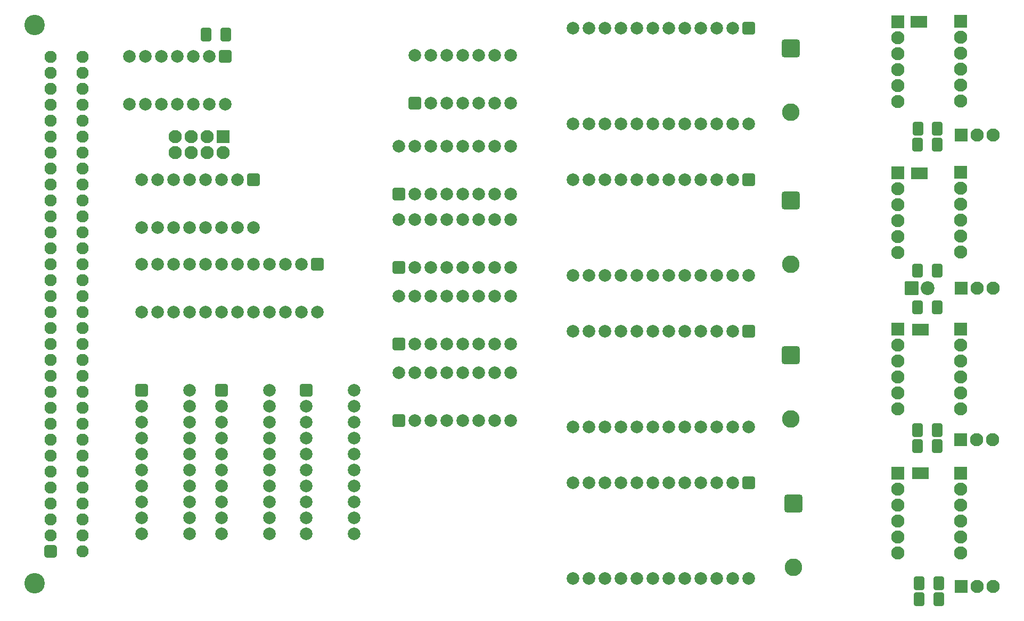
<source format=gbr>
G04 #@! TF.GenerationSoftware,KiCad,Pcbnew,9.0.3-9.0.3-0~ubuntu22.04.1*
G04 #@! TF.CreationDate,2025-08-22T11:52:41+02:00*
G04 #@! TF.ProjectId,CPU09US4,43505530-3955-4533-942e-6b696361645f,rev?*
G04 #@! TF.SameCoordinates,Original*
G04 #@! TF.FileFunction,Soldermask,Bot*
G04 #@! TF.FilePolarity,Negative*
%FSLAX46Y46*%
G04 Gerber Fmt 4.6, Leading zero omitted, Abs format (unit mm)*
G04 Created by KiCad (PCBNEW 9.0.3-9.0.3-0~ubuntu22.04.1) date 2025-08-22 11:52:41*
%MOMM*%
%LPD*%
G01*
G04 APERTURE LIST*
G04 Aperture macros list*
%AMRoundRect*
0 Rectangle with rounded corners*
0 $1 Rounding radius*
0 $2 $3 $4 $5 $6 $7 $8 $9 X,Y pos of 4 corners*
0 Add a 4 corners polygon primitive as box body*
4,1,4,$2,$3,$4,$5,$6,$7,$8,$9,$2,$3,0*
0 Add four circle primitives for the rounded corners*
1,1,$1+$1,$2,$3*
1,1,$1+$1,$4,$5*
1,1,$1+$1,$6,$7*
1,1,$1+$1,$8,$9*
0 Add four rect primitives between the rounded corners*
20,1,$1+$1,$2,$3,$4,$5,0*
20,1,$1+$1,$4,$5,$6,$7,0*
20,1,$1+$1,$6,$7,$8,$9,0*
20,1,$1+$1,$8,$9,$2,$3,0*%
G04 Aperture macros list end*
%ADD10RoundRect,0.200000X0.500000X0.750000X-0.500000X0.750000X-0.500000X-0.750000X0.500000X-0.750000X0*%
%ADD11C,2.100000*%
%ADD12RoundRect,0.200000X-0.850000X-0.850000X0.850000X-0.850000X0.850000X0.850000X-0.850000X0.850000X0*%
%ADD13C,2.000000*%
%ADD14RoundRect,0.312500X-0.687500X0.687500X-0.687500X-0.687500X0.687500X-0.687500X0.687500X0.687500X0*%
%ADD15RoundRect,0.312500X0.687500X-0.687500X0.687500X0.687500X-0.687500X0.687500X-0.687500X-0.687500X0*%
%ADD16RoundRect,0.312500X-0.687500X-0.687500X0.687500X-0.687500X0.687500X0.687500X-0.687500X0.687500X0*%
%ADD17RoundRect,0.326924X-0.523076X-0.748076X0.523076X-0.748076X0.523076X0.748076X-0.523076X0.748076X0*%
%ADD18RoundRect,0.291668X-1.108332X1.108332X-1.108332X-1.108332X1.108332X-1.108332X1.108332X1.108332X0*%
%ADD19C,2.800000*%
%ADD20RoundRect,0.200000X0.850000X-0.850000X0.850000X0.850000X-0.850000X0.850000X-0.850000X-0.850000X0*%
%ADD21C,3.250000*%
%ADD22RoundRect,0.314516X0.660484X-0.660484X0.660484X0.660484X-0.660484X0.660484X-0.660484X-0.660484X0*%
%ADD23C,1.950000*%
%ADD24RoundRect,0.200000X-0.850000X0.850000X-0.850000X-0.850000X0.850000X-0.850000X0.850000X0.850000X0*%
%ADD25RoundRect,0.200000X-0.900000X-0.900000X0.900000X-0.900000X0.900000X0.900000X-0.900000X0.900000X0*%
%ADD26C,2.200000*%
G04 APERTURE END LIST*
G36*
X203492000Y-54368000D02*
G01*
X203192000Y-54368000D01*
X203192000Y-55868000D01*
X203492000Y-55868000D01*
X203492000Y-54368000D01*
G37*
G36*
X203604000Y-78498000D02*
G01*
X203304000Y-78498000D01*
X203304000Y-79998000D01*
X203604000Y-79998000D01*
X203604000Y-78498000D01*
G37*
G36*
X203746000Y-103390000D02*
G01*
X203446000Y-103390000D01*
X203446000Y-104890000D01*
X203746000Y-104890000D01*
X203746000Y-103390000D01*
G37*
G36*
X203746000Y-126250000D02*
G01*
X203446000Y-126250000D01*
X203446000Y-127750000D01*
X203746000Y-127750000D01*
X203746000Y-126250000D01*
G37*
D10*
X203992000Y-55118000D03*
X202692000Y-55118000D03*
X204104000Y-79248000D03*
X202804000Y-79248000D03*
X204246000Y-104140000D03*
X202946000Y-104140000D03*
X204246000Y-127000000D03*
X202946000Y-127000000D03*
D11*
X200000000Y-116700000D03*
X200000000Y-114160000D03*
X200000000Y-111620000D03*
X200000000Y-109080000D03*
X200000000Y-106540000D03*
D12*
X200000000Y-104000000D03*
D13*
X97536000Y-87884000D03*
X94996000Y-87884000D03*
X92456000Y-87884000D03*
X89916000Y-87884000D03*
X87376000Y-87884000D03*
X84836000Y-87884000D03*
X82296000Y-87884000D03*
X79756000Y-87884000D03*
X79756000Y-80264000D03*
X82296000Y-80264000D03*
X84836000Y-80264000D03*
X87376000Y-80264000D03*
X89916000Y-80264000D03*
X92456000Y-80264000D03*
X94996000Y-80264000D03*
D14*
X97536000Y-80264000D03*
D15*
X123190000Y-68072000D03*
D13*
X125730000Y-68072000D03*
X128270000Y-68072000D03*
X130810000Y-68072000D03*
X133350000Y-68072000D03*
X135890000Y-68072000D03*
X138430000Y-68072000D03*
X138430000Y-60452000D03*
X135890000Y-60452000D03*
X133350000Y-60452000D03*
X130810000Y-60452000D03*
X128270000Y-60452000D03*
X125730000Y-60452000D03*
X123190000Y-60452000D03*
D16*
X92456000Y-113792000D03*
D13*
X92456000Y-116332000D03*
X92456000Y-118872000D03*
X92456000Y-121412000D03*
X92456000Y-123952000D03*
X92456000Y-126492000D03*
X92456000Y-129032000D03*
X92456000Y-131572000D03*
X92456000Y-134112000D03*
X92456000Y-136652000D03*
X100076000Y-136652000D03*
X100076000Y-134112000D03*
X100076000Y-131572000D03*
X100076000Y-129032000D03*
X100076000Y-126492000D03*
X100076000Y-123952000D03*
X100076000Y-121412000D03*
X100076000Y-118872000D03*
X100076000Y-116332000D03*
X100076000Y-113792000D03*
D16*
X105918000Y-113792000D03*
D13*
X105918000Y-116332000D03*
X105918000Y-118872000D03*
X105918000Y-121412000D03*
X105918000Y-123952000D03*
X105918000Y-126492000D03*
X105918000Y-129032000D03*
X105918000Y-131572000D03*
X105918000Y-134112000D03*
X105918000Y-136652000D03*
X113538000Y-136652000D03*
X113538000Y-134112000D03*
X113538000Y-131572000D03*
X113538000Y-129032000D03*
X113538000Y-126492000D03*
X113538000Y-123952000D03*
X113538000Y-121412000D03*
X113538000Y-118872000D03*
X113538000Y-116332000D03*
X113538000Y-113792000D03*
D15*
X120650000Y-82550000D03*
D13*
X123190000Y-82550000D03*
X125730000Y-82550000D03*
X128270000Y-82550000D03*
X130810000Y-82550000D03*
X133350000Y-82550000D03*
X135890000Y-82550000D03*
X138430000Y-82550000D03*
X138430000Y-74930000D03*
X135890000Y-74930000D03*
X133350000Y-74930000D03*
X130810000Y-74930000D03*
X128270000Y-74930000D03*
X125730000Y-74930000D03*
X123190000Y-74930000D03*
X120650000Y-74930000D03*
D15*
X120650000Y-94234000D03*
D13*
X123190000Y-94234000D03*
X125730000Y-94234000D03*
X128270000Y-94234000D03*
X130810000Y-94234000D03*
X133350000Y-94234000D03*
X135890000Y-94234000D03*
X138430000Y-94234000D03*
X138430000Y-86614000D03*
X135890000Y-86614000D03*
X133350000Y-86614000D03*
X130810000Y-86614000D03*
X128270000Y-86614000D03*
X125730000Y-86614000D03*
X123190000Y-86614000D03*
X120650000Y-86614000D03*
D15*
X120650000Y-106426000D03*
D13*
X123190000Y-106426000D03*
X125730000Y-106426000D03*
X128270000Y-106426000D03*
X130810000Y-106426000D03*
X133350000Y-106426000D03*
X135890000Y-106426000D03*
X138430000Y-106426000D03*
X138430000Y-98806000D03*
X135890000Y-98806000D03*
X133350000Y-98806000D03*
X130810000Y-98806000D03*
X128270000Y-98806000D03*
X125730000Y-98806000D03*
X123190000Y-98806000D03*
X120650000Y-98806000D03*
D14*
X93091000Y-60579000D03*
D13*
X90551000Y-60579000D03*
X88011000Y-60579000D03*
X85471000Y-60579000D03*
X82931000Y-60579000D03*
X80391000Y-60579000D03*
X77851000Y-60579000D03*
X77851000Y-68199000D03*
X80391000Y-68199000D03*
X82931000Y-68199000D03*
X85471000Y-68199000D03*
X88011000Y-68199000D03*
X90551000Y-68199000D03*
X93091000Y-68199000D03*
D16*
X79756000Y-113792000D03*
D13*
X79756000Y-116332000D03*
X79756000Y-118872000D03*
X79756000Y-121412000D03*
X79756000Y-123952000D03*
X79756000Y-126492000D03*
X79756000Y-129032000D03*
X79756000Y-131572000D03*
X79756000Y-134112000D03*
X79756000Y-136652000D03*
X87376000Y-136652000D03*
X87376000Y-134112000D03*
X87376000Y-131572000D03*
X87376000Y-129032000D03*
X87376000Y-126492000D03*
X87376000Y-123952000D03*
X87376000Y-121412000D03*
X87376000Y-118872000D03*
X87376000Y-116332000D03*
X87376000Y-113792000D03*
D14*
X176276000Y-104394000D03*
D13*
X173736000Y-104394000D03*
X171196000Y-104394000D03*
X168656000Y-104394000D03*
X166116000Y-104394000D03*
X163576000Y-104394000D03*
X161036000Y-104394000D03*
X158496000Y-104394000D03*
X155956000Y-104394000D03*
X153416000Y-104394000D03*
X150876000Y-104394000D03*
X148336000Y-104394000D03*
X148336000Y-119634000D03*
X150876000Y-119634000D03*
X153416000Y-119634000D03*
X155956000Y-119634000D03*
X158496000Y-119634000D03*
X161036000Y-119634000D03*
X163576000Y-119634000D03*
X166116000Y-119634000D03*
X168656000Y-119634000D03*
X171196000Y-119634000D03*
X173736000Y-119634000D03*
X176276000Y-119634000D03*
D17*
X203148000Y-120142000D03*
X206248000Y-120142000D03*
D14*
X176276000Y-80264000D03*
D13*
X173736000Y-80264000D03*
X171196000Y-80264000D03*
X168656000Y-80264000D03*
X166116000Y-80264000D03*
X163576000Y-80264000D03*
X161036000Y-80264000D03*
X158496000Y-80264000D03*
X155956000Y-80264000D03*
X153416000Y-80264000D03*
X150876000Y-80264000D03*
X148336000Y-80264000D03*
X148336000Y-95504000D03*
X150876000Y-95504000D03*
X153416000Y-95504000D03*
X155956000Y-95504000D03*
X158496000Y-95504000D03*
X161036000Y-95504000D03*
X163576000Y-95504000D03*
X166116000Y-95504000D03*
X168656000Y-95504000D03*
X171196000Y-95504000D03*
X173736000Y-95504000D03*
X176276000Y-95504000D03*
D12*
X210000000Y-127000000D03*
D11*
X210000000Y-129540000D03*
X210000000Y-132080000D03*
X210000000Y-134620000D03*
X210000000Y-137160000D03*
X210000000Y-139700000D03*
D18*
X183388000Y-131826000D03*
D19*
X183388000Y-141986000D03*
D17*
X203148000Y-74676000D03*
X206248000Y-74676000D03*
D18*
X183007000Y-83566000D03*
D19*
X183007000Y-93726000D03*
D12*
X210000000Y-55000000D03*
D11*
X210000000Y-57540000D03*
X210000000Y-60080000D03*
X210000000Y-62620000D03*
X210000000Y-65160000D03*
X210000000Y-67700000D03*
D20*
X210058000Y-97536000D03*
D11*
X212598000Y-97536000D03*
X215138000Y-97536000D03*
D14*
X107696000Y-93726000D03*
D13*
X105156000Y-93726000D03*
X102616000Y-93726000D03*
X100076000Y-93726000D03*
X97536000Y-93726000D03*
X94996000Y-93726000D03*
X92456000Y-93726000D03*
X89916000Y-93726000D03*
X87376000Y-93726000D03*
X84836000Y-93726000D03*
X82296000Y-93726000D03*
X79756000Y-93726000D03*
X79756000Y-101346000D03*
X82296000Y-101346000D03*
X84836000Y-101346000D03*
X87376000Y-101346000D03*
X89916000Y-101346000D03*
X92456000Y-101346000D03*
X94996000Y-101346000D03*
X97536000Y-101346000D03*
X100076000Y-101346000D03*
X102616000Y-101346000D03*
X105156000Y-101346000D03*
X107696000Y-101346000D03*
D17*
X90017000Y-57150000D03*
X93117000Y-57150000D03*
D18*
X183007000Y-59309000D03*
D19*
X183007000Y-69469000D03*
D20*
X210000000Y-121666000D03*
D11*
X212540000Y-121666000D03*
X215080000Y-121666000D03*
D18*
X183007000Y-108204000D03*
D19*
X183007000Y-118364000D03*
D21*
X62760000Y-144453000D03*
X62760000Y-55553000D03*
D22*
X65300000Y-139373000D03*
D23*
X65300000Y-136833000D03*
X65300000Y-134293000D03*
X65300000Y-131753000D03*
X65300000Y-129213000D03*
X65300000Y-126673000D03*
X65300000Y-124133000D03*
X65300000Y-121593000D03*
X65300000Y-119053000D03*
X65300000Y-116513000D03*
X65300000Y-113973000D03*
X65300000Y-111433000D03*
X65300000Y-108893000D03*
X65300000Y-106353000D03*
X65300000Y-103813000D03*
X65300000Y-101273000D03*
X65300000Y-98733000D03*
X65300000Y-96193000D03*
X65300000Y-93653000D03*
X65300000Y-91113000D03*
X65300000Y-88573000D03*
X65300000Y-86033000D03*
X65300000Y-83493000D03*
X65300000Y-80953000D03*
X65300000Y-78413000D03*
X65300000Y-75873000D03*
X65300000Y-73333000D03*
X65300000Y-70793000D03*
X65300000Y-68253000D03*
X65300000Y-65713000D03*
X65300000Y-63173000D03*
X65300000Y-60633000D03*
X70380000Y-139373000D03*
X70380000Y-136833000D03*
X70380000Y-134293000D03*
X70380000Y-131753000D03*
X70380000Y-129213000D03*
X70380000Y-126673000D03*
X70380000Y-124133000D03*
X70380000Y-121593000D03*
X70380000Y-119053000D03*
X70380000Y-116513000D03*
X70380000Y-113973000D03*
X70380000Y-111433000D03*
X70380000Y-108893000D03*
X70380000Y-106353000D03*
X70380000Y-103813000D03*
X70380000Y-101273000D03*
X70380000Y-98733000D03*
X70380000Y-96193000D03*
X70380000Y-93653000D03*
X70380000Y-91113000D03*
X70380000Y-88573000D03*
X70380000Y-86033000D03*
X70380000Y-83493000D03*
X70380000Y-80953000D03*
X70380000Y-78413000D03*
X70380000Y-75873000D03*
X70380000Y-73333000D03*
X70380000Y-70793000D03*
X70380000Y-68253000D03*
X70380000Y-65713000D03*
X70380000Y-63173000D03*
X70380000Y-60633000D03*
D17*
X203200000Y-72136000D03*
X206300000Y-72136000D03*
X203402000Y-144526000D03*
X206502000Y-144526000D03*
D14*
X176276000Y-128524000D03*
D13*
X173736000Y-128524000D03*
X171196000Y-128524000D03*
X168656000Y-128524000D03*
X166116000Y-128524000D03*
X163576000Y-128524000D03*
X161036000Y-128524000D03*
X158496000Y-128524000D03*
X155956000Y-128524000D03*
X153416000Y-128524000D03*
X150876000Y-128524000D03*
X148336000Y-128524000D03*
X148336000Y-143764000D03*
X150876000Y-143764000D03*
X153416000Y-143764000D03*
X155956000Y-143764000D03*
X158496000Y-143764000D03*
X161036000Y-143764000D03*
X163576000Y-143764000D03*
X166116000Y-143764000D03*
X168656000Y-143764000D03*
X171196000Y-143764000D03*
X173736000Y-143764000D03*
X176276000Y-143764000D03*
D17*
X203148000Y-122682000D03*
X206248000Y-122682000D03*
D24*
X92710000Y-73401000D03*
D11*
X92710000Y-75941000D03*
X90170000Y-73401000D03*
X90170000Y-75941000D03*
X87630000Y-73401000D03*
X87630000Y-75941000D03*
X85090000Y-73401000D03*
X85090000Y-75941000D03*
D20*
X210058000Y-73152000D03*
D11*
X212598000Y-73152000D03*
X215138000Y-73152000D03*
D13*
X176276000Y-71374000D03*
X173736000Y-71374000D03*
X171196000Y-71374000D03*
X168656000Y-71374000D03*
X166116000Y-71374000D03*
X163576000Y-71374000D03*
X161036000Y-71374000D03*
X158496000Y-71374000D03*
X155956000Y-71374000D03*
X153416000Y-71374000D03*
X150876000Y-71374000D03*
X148336000Y-71374000D03*
X148336000Y-56134000D03*
X150876000Y-56134000D03*
X153416000Y-56134000D03*
X155956000Y-56134000D03*
X158496000Y-56134000D03*
X161036000Y-56134000D03*
X163576000Y-56134000D03*
X166116000Y-56134000D03*
X168656000Y-56134000D03*
X171196000Y-56134000D03*
X173736000Y-56134000D03*
D14*
X176276000Y-56134000D03*
D25*
X202184000Y-97536000D03*
D26*
X204724000Y-97536000D03*
D20*
X210058000Y-145034000D03*
D11*
X212598000Y-145034000D03*
X215138000Y-145034000D03*
D15*
X120650000Y-118618000D03*
D13*
X123190000Y-118618000D03*
X125730000Y-118618000D03*
X128270000Y-118618000D03*
X130810000Y-118618000D03*
X133350000Y-118618000D03*
X135890000Y-118618000D03*
X138430000Y-118618000D03*
X138430000Y-110998000D03*
X135890000Y-110998000D03*
X133350000Y-110998000D03*
X130810000Y-110998000D03*
X128270000Y-110998000D03*
X125730000Y-110998000D03*
X123190000Y-110998000D03*
X120650000Y-110998000D03*
D12*
X200000000Y-127000000D03*
D11*
X200000000Y-129540000D03*
X200000000Y-132080000D03*
X200000000Y-134620000D03*
X200000000Y-137160000D03*
X200000000Y-139700000D03*
D12*
X210000000Y-79000000D03*
D11*
X210000000Y-81540000D03*
X210000000Y-84080000D03*
X210000000Y-86620000D03*
X210000000Y-89160000D03*
X210000000Y-91700000D03*
D12*
X200000000Y-55118000D03*
D11*
X200000000Y-57658000D03*
X200000000Y-60198000D03*
X200000000Y-62738000D03*
X200000000Y-65278000D03*
X200000000Y-67818000D03*
D12*
X210000000Y-104000000D03*
D11*
X210000000Y-106540000D03*
X210000000Y-109080000D03*
X210000000Y-111620000D03*
X210000000Y-114160000D03*
X210000000Y-116700000D03*
D17*
X203402000Y-147066000D03*
X206502000Y-147066000D03*
X206248000Y-100584000D03*
X203148000Y-100584000D03*
X206274000Y-94742000D03*
X203174000Y-94742000D03*
D12*
X200000000Y-79121000D03*
D11*
X200000000Y-81661000D03*
X200000000Y-84201000D03*
X200000000Y-86741000D03*
X200000000Y-89281000D03*
X200000000Y-91821000D03*
M02*

</source>
